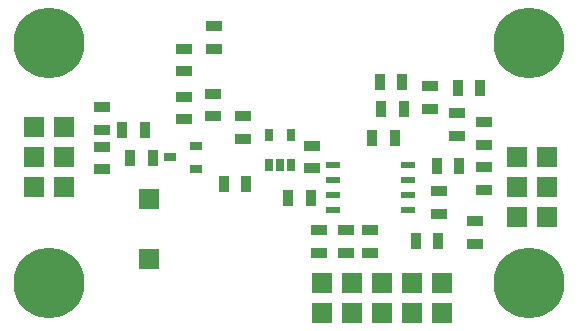
<source format=gbr>
G04 #@! TF.FileFunction,Soldermask,Bot*
%FSLAX46Y46*%
G04 Gerber Fmt 4.6, Leading zero omitted, Abs format (unit mm)*
G04 Created by KiCad (PCBNEW 0.201503251001+5534~22~ubuntu14.04.1-product) date Čt 26. březen 2015, 00:25:57 CET*
%MOMM*%
G01*
G04 APERTURE LIST*
%ADD10C,0.100000*%
%ADD11R,0.889000X1.397000*%
%ADD12R,1.397000X0.889000*%
%ADD13R,1.651000X1.651000*%
%ADD14C,6.000000*%
%ADD15R,1.000760X0.800100*%
%ADD16R,0.690880X1.000760*%
%ADD17R,1.143000X0.508000*%
G04 APERTURE END LIST*
D10*
D11*
X21780500Y13462000D03*
X19875500Y13462000D03*
D12*
X9525000Y18097500D03*
X9525000Y20002500D03*
D11*
X13873000Y15666720D03*
X11955780Y15666720D03*
D12*
X19050000Y24955500D03*
X19050000Y26860500D03*
D11*
X36131500Y8636000D03*
X38036500Y8636000D03*
D12*
X27310080Y16751300D03*
X27310080Y14846300D03*
X32258000Y9588500D03*
X32258000Y7683500D03*
X30226000Y9588500D03*
X30226000Y7683500D03*
D11*
X27241500Y12319000D03*
X25336500Y12319000D03*
X33210500Y19812000D03*
X35115500Y19812000D03*
D12*
X37338000Y19875500D03*
X37338000Y21780500D03*
X41910000Y16827500D03*
X41910000Y18732500D03*
X41910000Y13017500D03*
X41910000Y14922500D03*
D13*
X6350000Y13208000D03*
X6350000Y15748000D03*
X6350000Y18288000D03*
X3810000Y18288000D03*
X3810000Y15748000D03*
X3810000Y13208000D03*
X30734000Y5080000D03*
X38354000Y2540000D03*
X33274000Y2540000D03*
X38354000Y5080000D03*
X28194000Y2540000D03*
X30734000Y2540000D03*
X35814000Y2540000D03*
X28194000Y5080000D03*
X35814000Y5080000D03*
X33274000Y5080000D03*
X47244000Y10668000D03*
X47244000Y13208000D03*
X47244000Y15748000D03*
X44704000Y15748000D03*
X44704000Y13208000D03*
X44704000Y10668000D03*
D14*
X45720000Y25400000D03*
X45720000Y5080000D03*
X5080000Y5080000D03*
X5080000Y25400000D03*
D15*
X15283180Y15748000D03*
X17482820Y14795500D03*
X17482820Y16700500D03*
D12*
X9525000Y14759940D03*
X9525000Y16664940D03*
D11*
X11249660Y18074640D03*
X13154660Y18074640D03*
D12*
X16510000Y24955500D03*
X16510000Y23050500D03*
X16510000Y20891500D03*
X16510000Y18986500D03*
X18923000Y21145500D03*
X18923000Y19240500D03*
X21463000Y19240500D03*
X21463000Y17335500D03*
X27940000Y9588500D03*
X27940000Y7683500D03*
D11*
X34353500Y17399000D03*
X32448500Y17399000D03*
X33083500Y22098000D03*
X34988500Y22098000D03*
X41592500Y21590000D03*
X39687500Y21590000D03*
D12*
X39624000Y17589500D03*
X39624000Y19494500D03*
X38100000Y12890500D03*
X38100000Y10985500D03*
D11*
X39814500Y14986000D03*
X37909500Y14986000D03*
D12*
X41148000Y10350500D03*
X41148000Y8445500D03*
D16*
X25587960Y15082520D03*
X23688040Y15082520D03*
X24638000Y15082520D03*
X23688040Y17683480D03*
X25587960Y17683480D03*
D13*
X13543280Y7137400D03*
X13543280Y12217400D03*
D17*
X35433000Y11303000D03*
X35433000Y12573000D03*
X35433000Y13843000D03*
X35433000Y15113000D03*
X29083000Y15113000D03*
X29083000Y13843000D03*
X29083000Y12573000D03*
X29083000Y11303000D03*
M02*

</source>
